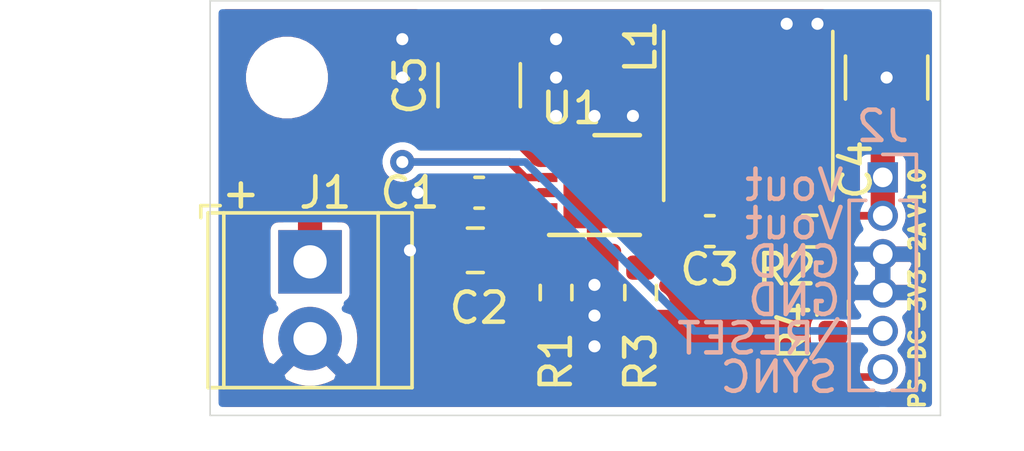
<source format=kicad_pcb>
(kicad_pcb (version 20171130) (host pcbnew "(5.1.9)-1")

  (general
    (thickness 1.6)
    (drawings 13)
    (tracks 94)
    (zones 0)
    (modules 14)
    (nets 11)
  )

  (page A4)
  (title_block
    (title PS-DC-3V3-2A)
    (date 2021-04-13)
    (rev V1.0)
    (company ToZaDiKa)
    (comment 1 "Project : PS-DC-3V3-2A-V1.0")
  )

  (layers
    (0 F.Cu signal)
    (31 B.Cu signal)
    (32 B.Adhes user)
    (33 F.Adhes user)
    (34 B.Paste user)
    (35 F.Paste user)
    (36 B.SilkS user)
    (37 F.SilkS user)
    (38 B.Mask user)
    (39 F.Mask user)
    (40 Dwgs.User user)
    (41 Cmts.User user)
    (42 Eco1.User user)
    (43 Eco2.User user)
    (44 Edge.Cuts user)
    (45 Margin user)
    (46 B.CrtYd user)
    (47 F.CrtYd user)
    (48 B.Fab user)
    (49 F.Fab user)
  )

  (setup
    (last_trace_width 0.25)
    (trace_clearance 0.2)
    (zone_clearance 0.254)
    (zone_45_only no)
    (trace_min 0.2)
    (via_size 0.8)
    (via_drill 0.4)
    (via_min_size 0.4)
    (via_min_drill 0.3)
    (uvia_size 0.3)
    (uvia_drill 0.1)
    (uvias_allowed no)
    (uvia_min_size 0.2)
    (uvia_min_drill 0.1)
    (edge_width 0.05)
    (segment_width 0.2)
    (pcb_text_width 0.3)
    (pcb_text_size 1.5 1.5)
    (mod_edge_width 0.12)
    (mod_text_size 1 1)
    (mod_text_width 0.15)
    (pad_size 1.524 1.524)
    (pad_drill 0.762)
    (pad_to_mask_clearance 0)
    (aux_axis_origin 0 0)
    (visible_elements 7FFFFFFF)
    (pcbplotparams
      (layerselection 0x010fc_ffffffff)
      (usegerberextensions false)
      (usegerberattributes true)
      (usegerberadvancedattributes true)
      (creategerberjobfile true)
      (excludeedgelayer false)
      (linewidth 0.100000)
      (plotframeref false)
      (viasonmask false)
      (mode 1)
      (useauxorigin false)
      (hpglpennumber 1)
      (hpglpenspeed 20)
      (hpglpendiameter 15.000000)
      (psnegative false)
      (psa4output false)
      (plotreference true)
      (plotvalue true)
      (plotinvisibletext false)
      (padsonsilk false)
      (subtractmaskfromsilk false)
      (outputformat 1)
      (mirror false)
      (drillshape 0)
      (scaleselection 1)
      (outputdirectory "../Outputfiles/Drillfile/"))
  )

  (net 0 "")
  (net 1 GND)
  (net 2 "Net-(C1-Pad1)")
  (net 3 "Net-(C2-Pad1)")
  (net 4 "Net-(C3-Pad2)")
  (net 5 "Net-(C3-Pad1)")
  (net 6 Vout)
  (net 7 Vin)
  (net 8 "Net-(R2-Pad2)")
  (net 9 \Reset)
  (net 10 SYNC)

  (net_class Default "This is the default net class."
    (clearance 0.2)
    (trace_width 0.25)
    (via_dia 0.8)
    (via_drill 0.4)
    (uvia_dia 0.3)
    (uvia_drill 0.1)
    (add_net GND)
    (add_net "Net-(C1-Pad1)")
    (add_net "Net-(C2-Pad1)")
    (add_net "Net-(C3-Pad1)")
    (add_net "Net-(C3-Pad2)")
    (add_net "Net-(R2-Pad2)")
    (add_net SYNC)
    (add_net \Reset)
  )

  (net_class Vin ""
    (clearance 0.2)
    (trace_width 0.8)
    (via_dia 0.8)
    (via_drill 0.4)
    (uvia_dia 0.3)
    (uvia_drill 0.1)
    (add_net Vin)
  )

  (net_class Vout ""
    (clearance 0.2)
    (trace_width 0.8)
    (via_dia 0.8)
    (via_drill 0.4)
    (uvia_dia 0.3)
    (uvia_drill 0.1)
    (add_net Vout)
  )

  (module MountingHole:MountingHole_2.2mm_M2 (layer F.Cu) (tedit 56D1B4CB) (tstamp 608414EC)
    (at 138.43 96.52)
    (descr "Mounting Hole 2.2mm, no annular, M2")
    (tags "mounting hole 2.2mm no annular m2")
    (attr virtual)
    (fp_text reference REF** (at 0 -3.2) (layer F.SilkS) hide
      (effects (font (size 1 1) (thickness 0.15)))
    )
    (fp_text value MountingHole_2.2mm_M2 (at 0 3.2) (layer F.Fab)
      (effects (font (size 1 1) (thickness 0.15)))
    )
    (fp_text user %R (at 0.3 0) (layer F.Fab)
      (effects (font (size 1 1) (thickness 0.15)))
    )
    (fp_circle (center 0 0) (end 2.2 0) (layer Cmts.User) (width 0.15))
    (fp_circle (center 0 0) (end 2.45 0) (layer F.CrtYd) (width 0.05))
    (pad 1 np_thru_hole circle (at 0 0) (size 2.2 2.2) (drill 2.2) (layers *.Cu *.Mask))
  )

  (module Coilcraft_inductor_SMD:L_Coilcraft_XAL5050-682 (layer F.Cu) (tedit 6075E008) (tstamp 6075EAC5)
    (at 153.67 97.79 90)
    (descr L_Coilcraft_XAL5050-682)
    (tags "L Coilcraft XAL5050 682")
    (path /60763D8D)
    (attr smd)
    (fp_text reference L1 (at 2.286 -3.556 90) (layer F.SilkS)
      (effects (font (size 1 1) (thickness 0.15)))
    )
    (fp_text value 6.8u (at 0 1.27 90) (layer F.Fab)
      (effects (font (size 1 1) (thickness 0.15)))
    )
    (fp_line (start -2.64 -2.64) (end 2.64 -2.64) (layer F.Fab) (width 0.1))
    (fp_line (start 2.64 -2.64) (end 2.64 2.64) (layer F.Fab) (width 0.1))
    (fp_line (start 2.64 2.64) (end -2.64 2.64) (layer F.Fab) (width 0.1))
    (fp_line (start -2.64 2.64) (end -2.64 -2.64) (layer F.Fab) (width 0.1))
    (fp_line (start -2.9 -2.9) (end 2.9 -2.9) (layer F.CrtYd) (width 0.05))
    (fp_line (start 2.9 -2.9) (end 2.9 2.9) (layer F.CrtYd) (width 0.05))
    (fp_line (start 2.9 2.9) (end -2.9 2.9) (layer F.CrtYd) (width 0.05))
    (fp_line (start -2.9 2.9) (end -2.9 -2.9) (layer F.CrtYd) (width 0.05))
    (fp_line (start -2.794 -2.794) (end 2.794 -2.794) (layer F.SilkS) (width 0.12))
    (fp_line (start 2.794 2.794) (end -2.794 2.794) (layer F.SilkS) (width 0.12))
    (fp_text user %R (at 0 0 90) (layer F.Fab)
      (effects (font (size 1 1) (thickness 0.15)))
    )
    (pad 1 smd rect (at -1.655 0 90) (size 1.18 4.4) (layers F.Cu F.Paste F.Mask)
      (net 4 "Net-(C3-Pad2)"))
    (pad 2 smd rect (at 1.655 0 90) (size 1.18 4.4) (layers F.Cu F.Paste F.Mask)
      (net 6 Vout))
    (model ${PROJ_REPO}/PS-DC-3V3-2A/Components/Modules/packages3d/Coilcraft_inductor_SMD.3dshapes/Coilcraft-XAL5050.wrl
      (offset (xyz 0 0 0.05))
      (scale (xyz 400 400 400))
      (rotate (xyz -90 0 0))
    )
  )

  (module Resistor_SMD:R_0603_1608Metric (layer F.Cu) (tedit 5F68FEEE) (tstamp 6075E93B)
    (at 156.464 104.14 90)
    (descr "Resistor SMD 0603 (1608 Metric), square (rectangular) end terminal, IPC_7351 nominal, (Body size source: IPC-SM-782 page 72, https://www.pcb-3d.com/wordpress/wp-content/uploads/ipc-sm-782a_amendment_1_and_2.pdf), generated with kicad-footprint-generator")
    (tags resistor)
    (path /60762930)
    (attr smd)
    (fp_text reference R4 (at -0.762 -1.27 90) (layer F.SilkS)
      (effects (font (size 1 1) (thickness 0.15)))
    )
    (fp_text value 10k (at 0 1.43 90) (layer F.Fab)
      (effects (font (size 1 1) (thickness 0.15)))
    )
    (fp_line (start 1.48 0.73) (end -1.48 0.73) (layer F.CrtYd) (width 0.05))
    (fp_line (start 1.48 -0.73) (end 1.48 0.73) (layer F.CrtYd) (width 0.05))
    (fp_line (start -1.48 -0.73) (end 1.48 -0.73) (layer F.CrtYd) (width 0.05))
    (fp_line (start -1.48 0.73) (end -1.48 -0.73) (layer F.CrtYd) (width 0.05))
    (fp_line (start -0.237258 0.5225) (end 0.237258 0.5225) (layer F.SilkS) (width 0.12))
    (fp_line (start -0.237258 -0.5225) (end 0.237258 -0.5225) (layer F.SilkS) (width 0.12))
    (fp_line (start 0.8 0.4125) (end -0.8 0.4125) (layer F.Fab) (width 0.1))
    (fp_line (start 0.8 -0.4125) (end 0.8 0.4125) (layer F.Fab) (width 0.1))
    (fp_line (start -0.8 -0.4125) (end 0.8 -0.4125) (layer F.Fab) (width 0.1))
    (fp_line (start -0.8 0.4125) (end -0.8 -0.4125) (layer F.Fab) (width 0.1))
    (fp_text user %R (at 0 0 90) (layer F.Fab)
      (effects (font (size 0.4 0.4) (thickness 0.06)))
    )
    (pad 2 smd roundrect (at 0.825 0 90) (size 0.8 0.95) (layers F.Cu F.Paste F.Mask) (roundrect_rratio 0.25)
      (net 6 Vout))
    (pad 1 smd roundrect (at -0.825 0 90) (size 0.8 0.95) (layers F.Cu F.Paste F.Mask) (roundrect_rratio 0.25)
      (net 9 \Reset))
    (model ${KISYS3DMOD}/Resistor_SMD.3dshapes/R_0603_1608Metric.wrl
      (at (xyz 0 0 0))
      (scale (xyz 1 1 1))
      (rotate (xyz 0 0 0))
    )
  )

  (module Connector_PinHeader_1.27mm:PinHeader_1x06_P1.27mm_Vertical (layer B.Cu) (tedit 59FED6E3) (tstamp 6075578B)
    (at 158.115 99.822 180)
    (descr "Through hole straight pin header, 1x06, 1.27mm pitch, single row")
    (tags "Through hole pin header THT 1x06 1.27mm single row")
    (path /607AE9BC)
    (fp_text reference J2 (at 0 1.695) (layer B.SilkS)
      (effects (font (size 1 1) (thickness 0.15)) (justify mirror))
    )
    (fp_text value Conn_01x06 (at 0 -8.045) (layer B.Fab)
      (effects (font (size 1 1) (thickness 0.15)) (justify mirror))
    )
    (fp_line (start 1.55 1.15) (end -1.55 1.15) (layer B.CrtYd) (width 0.05))
    (fp_line (start 1.55 -7.5) (end 1.55 1.15) (layer B.CrtYd) (width 0.05))
    (fp_line (start -1.55 -7.5) (end 1.55 -7.5) (layer B.CrtYd) (width 0.05))
    (fp_line (start -1.55 1.15) (end -1.55 -7.5) (layer B.CrtYd) (width 0.05))
    (fp_line (start -1.11 0.76) (end 0 0.76) (layer B.SilkS) (width 0.12))
    (fp_line (start -1.11 0) (end -1.11 0.76) (layer B.SilkS) (width 0.12))
    (fp_line (start 0.563471 -0.76) (end 1.11 -0.76) (layer B.SilkS) (width 0.12))
    (fp_line (start -1.11 -0.76) (end -0.563471 -0.76) (layer B.SilkS) (width 0.12))
    (fp_line (start 1.11 -0.76) (end 1.11 -7.045) (layer B.SilkS) (width 0.12))
    (fp_line (start -1.11 -0.76) (end -1.11 -7.045) (layer B.SilkS) (width 0.12))
    (fp_line (start 0.30753 -7.045) (end 1.11 -7.045) (layer B.SilkS) (width 0.12))
    (fp_line (start -1.11 -7.045) (end -0.30753 -7.045) (layer B.SilkS) (width 0.12))
    (fp_line (start -1.05 0.11) (end -0.525 0.635) (layer B.Fab) (width 0.1))
    (fp_line (start -1.05 -6.985) (end -1.05 0.11) (layer B.Fab) (width 0.1))
    (fp_line (start 1.05 -6.985) (end -1.05 -6.985) (layer B.Fab) (width 0.1))
    (fp_line (start 1.05 0.635) (end 1.05 -6.985) (layer B.Fab) (width 0.1))
    (fp_line (start -0.525 0.635) (end 1.05 0.635) (layer B.Fab) (width 0.1))
    (fp_text user %R (at 0 -3.175 270) (layer B.Fab)
      (effects (font (size 1 1) (thickness 0.15)) (justify mirror))
    )
    (pad 6 thru_hole oval (at 0 -6.35 180) (size 1 1) (drill 0.65) (layers *.Cu *.Mask)
      (net 10 SYNC))
    (pad 5 thru_hole oval (at 0 -5.08 180) (size 1 1) (drill 0.65) (layers *.Cu *.Mask)
      (net 9 \Reset))
    (pad 4 thru_hole oval (at 0 -3.81 180) (size 1 1) (drill 0.65) (layers *.Cu *.Mask)
      (net 1 GND))
    (pad 3 thru_hole oval (at 0 -2.54 180) (size 1 1) (drill 0.65) (layers *.Cu *.Mask)
      (net 1 GND))
    (pad 2 thru_hole oval (at 0 -1.27 180) (size 1 1) (drill 0.65) (layers *.Cu *.Mask)
      (net 6 Vout))
    (pad 1 thru_hole rect (at 0 0 180) (size 1 1) (drill 0.65) (layers *.Cu *.Mask)
      (net 6 Vout))
    (model ${KISYS3DMOD}/Connector_PinHeader_1.27mm.3dshapes/PinHeader_1x06_P1.27mm_Vertical.wrl
      (at (xyz 0 0 0))
      (scale (xyz 1 1 1))
      (rotate (xyz 0 0 0))
    )
  )

  (module Capacitor_SMD:C_1210_3225Metric (layer F.Cu) (tedit 5F68FEEE) (tstamp 6075F7C9)
    (at 144.78 96.774 270)
    (descr "Capacitor SMD 1210 (3225 Metric), square (rectangular) end terminal, IPC_7351 nominal, (Body size source: IPC-SM-782 page 76, https://www.pcb-3d.com/wordpress/wp-content/uploads/ipc-sm-782a_amendment_1_and_2.pdf), generated with kicad-footprint-generator")
    (tags capacitor)
    (path /60779719)
    (attr smd)
    (fp_text reference C5 (at 0 2.286 90) (layer F.SilkS)
      (effects (font (size 1 1) (thickness 0.15)))
    )
    (fp_text value 2.2u (at 0 2.3 90) (layer F.Fab)
      (effects (font (size 1 1) (thickness 0.15)))
    )
    (fp_line (start 2.3 1.6) (end -2.3 1.6) (layer F.CrtYd) (width 0.05))
    (fp_line (start 2.3 -1.6) (end 2.3 1.6) (layer F.CrtYd) (width 0.05))
    (fp_line (start -2.3 -1.6) (end 2.3 -1.6) (layer F.CrtYd) (width 0.05))
    (fp_line (start -2.3 1.6) (end -2.3 -1.6) (layer F.CrtYd) (width 0.05))
    (fp_line (start -0.711252 1.36) (end 0.711252 1.36) (layer F.SilkS) (width 0.12))
    (fp_line (start -0.711252 -1.36) (end 0.711252 -1.36) (layer F.SilkS) (width 0.12))
    (fp_line (start 1.6 1.25) (end -1.6 1.25) (layer F.Fab) (width 0.1))
    (fp_line (start 1.6 -1.25) (end 1.6 1.25) (layer F.Fab) (width 0.1))
    (fp_line (start -1.6 -1.25) (end 1.6 -1.25) (layer F.Fab) (width 0.1))
    (fp_line (start -1.6 1.25) (end -1.6 -1.25) (layer F.Fab) (width 0.1))
    (fp_text user %R (at 0 0 90) (layer F.Fab)
      (effects (font (size 0.8 0.8) (thickness 0.12)))
    )
    (pad 2 smd roundrect (at 1.475 0 270) (size 1.15 2.7) (layers F.Cu F.Paste F.Mask) (roundrect_rratio 0.2173904347826087)
      (net 7 Vin))
    (pad 1 smd roundrect (at -1.475 0 270) (size 1.15 2.7) (layers F.Cu F.Paste F.Mask) (roundrect_rratio 0.2173904347826087)
      (net 1 GND))
    (model ${KISYS3DMOD}/Capacitor_SMD.3dshapes/C_1210_3225Metric.wrl
      (at (xyz 0 0 0))
      (scale (xyz 1 1 1))
      (rotate (xyz 0 0 0))
    )
  )

  (module Capacitor_SMD:C_0603_1608Metric (layer F.Cu) (tedit 5F68FEEE) (tstamp 60758243)
    (at 144.78 100.33 180)
    (descr "Capacitor SMD 0603 (1608 Metric), square (rectangular) end terminal, IPC_7351 nominal, (Body size source: IPC-SM-782 page 76, https://www.pcb-3d.com/wordpress/wp-content/uploads/ipc-sm-782a_amendment_1_and_2.pdf), generated with kicad-footprint-generator")
    (tags capacitor)
    (path /6077863D)
    (attr smd)
    (fp_text reference C1 (at 2.286 0 180) (layer F.SilkS)
      (effects (font (size 1 1) (thickness 0.15)))
    )
    (fp_text value 5.6n (at 0 1.27) (layer F.Fab)
      (effects (font (size 1 1) (thickness 0.15)))
    )
    (fp_line (start -0.8 0.4) (end -0.8 -0.4) (layer F.Fab) (width 0.1))
    (fp_line (start -0.8 -0.4) (end 0.8 -0.4) (layer F.Fab) (width 0.1))
    (fp_line (start 0.8 -0.4) (end 0.8 0.4) (layer F.Fab) (width 0.1))
    (fp_line (start 0.8 0.4) (end -0.8 0.4) (layer F.Fab) (width 0.1))
    (fp_line (start -0.14058 -0.51) (end 0.14058 -0.51) (layer F.SilkS) (width 0.12))
    (fp_line (start -0.14058 0.51) (end 0.14058 0.51) (layer F.SilkS) (width 0.12))
    (fp_line (start -1.48 0.73) (end -1.48 -0.73) (layer F.CrtYd) (width 0.05))
    (fp_line (start -1.48 -0.73) (end 1.48 -0.73) (layer F.CrtYd) (width 0.05))
    (fp_line (start 1.48 -0.73) (end 1.48 0.73) (layer F.CrtYd) (width 0.05))
    (fp_line (start 1.48 0.73) (end -1.48 0.73) (layer F.CrtYd) (width 0.05))
    (fp_text user %R (at 0 0) (layer F.Fab)
      (effects (font (size 0.4 0.4) (thickness 0.06)))
    )
    (pad 2 smd roundrect (at 0.775 0 180) (size 0.9 0.95) (layers F.Cu F.Paste F.Mask) (roundrect_rratio 0.25)
      (net 1 GND))
    (pad 1 smd roundrect (at -0.775 0 180) (size 0.9 0.95) (layers F.Cu F.Paste F.Mask) (roundrect_rratio 0.25)
      (net 2 "Net-(C1-Pad1)"))
    (model ${KISYS3DMOD}/Capacitor_SMD.3dshapes/C_0603_1608Metric.wrl
      (at (xyz 0 0 0))
      (scale (xyz 1 1 1))
      (rotate (xyz 0 0 0))
    )
  )

  (module Package_DFN_QFN:DFN-12-1EP_3x3mm_P0.5mm_EP2.05x2.86mm (layer F.Cu) (tedit 5EA4BF57) (tstamp 60759A21)
    (at 148.59 100.076)
    (descr "10-Lead Plastic Dual Flat, No Lead Package (MF) - 3x3x0.9 mm Body [DFN] (see Microchip Packaging Specification 00000049BS.pdf)")
    (tags "DFN 0.5")
    (path /60756037)
    (attr smd)
    (fp_text reference U1 (at -0.762 -2.54 180) (layer F.SilkS)
      (effects (font (size 1 1) (thickness 0.15)))
    )
    (fp_text value MAX17643 (at -1.27 -2.286) (layer F.Fab)
      (effects (font (size 1 1) (thickness 0.15)))
    )
    (fp_line (start -0.5 -1.5) (end 1.5 -1.5) (layer F.Fab) (width 0.15))
    (fp_line (start 1.5 -1.5) (end 1.5 1.5) (layer F.Fab) (width 0.15))
    (fp_line (start 1.5 1.5) (end -1.5 1.5) (layer F.Fab) (width 0.15))
    (fp_line (start -1.5 1.5) (end -1.5 -0.5) (layer F.Fab) (width 0.15))
    (fp_line (start -1.5 -0.5) (end -0.5 -1.5) (layer F.Fab) (width 0.15))
    (fp_line (start -2.15 -1.8) (end -2.15 1.8) (layer F.CrtYd) (width 0.05))
    (fp_line (start 2.15 -1.8) (end 2.15 1.8) (layer F.CrtYd) (width 0.05))
    (fp_line (start -2.15 -1.8) (end 2.15 -1.8) (layer F.CrtYd) (width 0.05))
    (fp_line (start -2.15 1.8) (end 2.15 1.8) (layer F.CrtYd) (width 0.05))
    (fp_line (start -1.5 1.65) (end 1.5 1.65) (layer F.SilkS) (width 0.15))
    (fp_line (start 0 -1.65) (end 1.5 -1.65) (layer F.SilkS) (width 0.15))
    (fp_text user %R (at 0 0) (layer F.Fab)
      (effects (font (size 0.7 0.7) (thickness 0.105)))
    )
    (pad "" smd rect (at -0.5125 -0.715) (size 0.8 1.2) (layers F.Paste))
    (pad "" smd rect (at 0.5125 -0.715) (size 0.8 1.2) (layers F.Paste))
    (pad "" smd rect (at 0.5125 0.715) (size 0.8 1.2) (layers F.Paste))
    (pad 7 smd rect (at 1.55 1.25) (size 0.65 0.3) (layers F.Cu F.Paste F.Mask)
      (net 8 "Net-(R2-Pad2)"))
    (pad 6 smd rect (at -1.55 1.25) (size 0.65 0.3) (layers F.Cu F.Paste F.Mask)
      (net 10 SYNC))
    (pad 13 smd rect (at 0 0) (size 2.05 2.86) (layers F.Cu F.Mask)
      (net 1 GND))
    (pad "" smd rect (at -0.5125 0.715) (size 0.8 1.2) (layers F.Paste))
    (pad 12 smd rect (at 1.55 -1.25) (size 0.65 0.3) (layers F.Cu F.Paste F.Mask)
      (net 1 GND))
    (pad 11 smd rect (at 1.55 -0.75) (size 0.65 0.3) (layers F.Cu F.Paste F.Mask)
      (net 4 "Net-(C3-Pad2)"))
    (pad 10 smd rect (at 1.55 -0.25) (size 0.65 0.3) (layers F.Cu F.Paste F.Mask)
      (net 5 "Net-(C3-Pad1)"))
    (pad 9 smd rect (at 1.55 0.25) (size 0.65 0.3) (layers F.Cu F.Paste F.Mask)
      (net 1 GND))
    (pad 8 smd rect (at 1.55 0.75) (size 0.65 0.3) (layers F.Cu F.Paste F.Mask)
      (net 1 GND))
    (pad 5 smd rect (at -1.55 0.75) (size 0.65 0.3) (layers F.Cu F.Paste F.Mask)
      (net 3 "Net-(C2-Pad1)"))
    (pad 4 smd rect (at -1.55 0.25) (size 0.65 0.3) (layers F.Cu F.Paste F.Mask)
      (net 2 "Net-(C1-Pad1)"))
    (pad 3 smd rect (at -1.55 -0.25) (size 0.65 0.3) (layers F.Cu F.Paste F.Mask)
      (net 9 \Reset))
    (pad 2 smd rect (at -1.55 -0.75) (size 0.65 0.3) (layers F.Cu F.Paste F.Mask)
      (net 7 Vin))
    (pad 1 smd rect (at -1.55 -1.25) (size 0.65 0.3) (layers F.Cu F.Paste F.Mask)
      (net 7 Vin))
    (model ${KISYS3DMOD}/Package_DFN_QFN.3dshapes/DFN-12-1EP_3x3mm_P0.5mm_EP2.05x2.86mm.wrl
      (at (xyz 0 0 0))
      (scale (xyz 1 1 1))
      (rotate (xyz 0 0 0))
    )
  )

  (module Resistor_SMD:R_0603_1608Metric (layer F.Cu) (tedit 5F68FEEE) (tstamp 607557CF)
    (at 150.114 103.632 270)
    (descr "Resistor SMD 0603 (1608 Metric), square (rectangular) end terminal, IPC_7351 nominal, (Body size source: IPC-SM-782 page 72, https://www.pcb-3d.com/wordpress/wp-content/uploads/ipc-sm-782a_amendment_1_and_2.pdf), generated with kicad-footprint-generator")
    (tags resistor)
    (path /6076DF36)
    (attr smd)
    (fp_text reference R3 (at 2.286 0 90) (layer F.SilkS)
      (effects (font (size 1 1) (thickness 0.15)))
    )
    (fp_text value 19.6k (at 3.048 0.254 90) (layer F.Fab)
      (effects (font (size 1 1) (thickness 0.15)))
    )
    (fp_line (start -0.8 0.4125) (end -0.8 -0.4125) (layer F.Fab) (width 0.1))
    (fp_line (start -0.8 -0.4125) (end 0.8 -0.4125) (layer F.Fab) (width 0.1))
    (fp_line (start 0.8 -0.4125) (end 0.8 0.4125) (layer F.Fab) (width 0.1))
    (fp_line (start 0.8 0.4125) (end -0.8 0.4125) (layer F.Fab) (width 0.1))
    (fp_line (start -0.237258 -0.5225) (end 0.237258 -0.5225) (layer F.SilkS) (width 0.12))
    (fp_line (start -0.237258 0.5225) (end 0.237258 0.5225) (layer F.SilkS) (width 0.12))
    (fp_line (start -1.48 0.73) (end -1.48 -0.73) (layer F.CrtYd) (width 0.05))
    (fp_line (start -1.48 -0.73) (end 1.48 -0.73) (layer F.CrtYd) (width 0.05))
    (fp_line (start 1.48 -0.73) (end 1.48 0.73) (layer F.CrtYd) (width 0.05))
    (fp_line (start 1.48 0.73) (end -1.48 0.73) (layer F.CrtYd) (width 0.05))
    (fp_text user %R (at 0 0 90) (layer F.Fab)
      (effects (font (size 0.4 0.4) (thickness 0.06)))
    )
    (pad 2 smd roundrect (at 0.825 0 270) (size 0.8 0.95) (layers F.Cu F.Paste F.Mask) (roundrect_rratio 0.25)
      (net 1 GND))
    (pad 1 smd roundrect (at -0.825 0 270) (size 0.8 0.95) (layers F.Cu F.Paste F.Mask) (roundrect_rratio 0.25)
      (net 8 "Net-(R2-Pad2)"))
    (model ${KISYS3DMOD}/Resistor_SMD.3dshapes/R_0603_1608Metric.wrl
      (at (xyz 0 0 0))
      (scale (xyz 1 1 1))
      (rotate (xyz 0 0 0))
    )
  )

  (module Resistor_SMD:R_0603_1608Metric (layer F.Cu) (tedit 5F68FEEE) (tstamp 607557BE)
    (at 155.702 101.6 180)
    (descr "Resistor SMD 0603 (1608 Metric), square (rectangular) end terminal, IPC_7351 nominal, (Body size source: IPC-SM-782 page 72, https://www.pcb-3d.com/wordpress/wp-content/uploads/ipc-sm-782a_amendment_1_and_2.pdf), generated with kicad-footprint-generator")
    (tags resistor)
    (path /6076CB8A)
    (attr smd)
    (fp_text reference R2 (at 0.762 -1.27 180) (layer F.SilkS)
      (effects (font (size 1 1) (thickness 0.15)))
    )
    (fp_text value 52.3k (at 0 -1.27) (layer F.Fab)
      (effects (font (size 1 1) (thickness 0.15)))
    )
    (fp_line (start -0.8 0.4125) (end -0.8 -0.4125) (layer F.Fab) (width 0.1))
    (fp_line (start -0.8 -0.4125) (end 0.8 -0.4125) (layer F.Fab) (width 0.1))
    (fp_line (start 0.8 -0.4125) (end 0.8 0.4125) (layer F.Fab) (width 0.1))
    (fp_line (start 0.8 0.4125) (end -0.8 0.4125) (layer F.Fab) (width 0.1))
    (fp_line (start -0.237258 -0.5225) (end 0.237258 -0.5225) (layer F.SilkS) (width 0.12))
    (fp_line (start -0.237258 0.5225) (end 0.237258 0.5225) (layer F.SilkS) (width 0.12))
    (fp_line (start -1.48 0.73) (end -1.48 -0.73) (layer F.CrtYd) (width 0.05))
    (fp_line (start -1.48 -0.73) (end 1.48 -0.73) (layer F.CrtYd) (width 0.05))
    (fp_line (start 1.48 -0.73) (end 1.48 0.73) (layer F.CrtYd) (width 0.05))
    (fp_line (start 1.48 0.73) (end -1.48 0.73) (layer F.CrtYd) (width 0.05))
    (fp_text user %R (at 0 0) (layer F.Fab)
      (effects (font (size 0.4 0.4) (thickness 0.06)))
    )
    (pad 2 smd roundrect (at 0.825 0 180) (size 0.8 0.95) (layers F.Cu F.Paste F.Mask) (roundrect_rratio 0.25)
      (net 8 "Net-(R2-Pad2)"))
    (pad 1 smd roundrect (at -0.825 0 180) (size 0.8 0.95) (layers F.Cu F.Paste F.Mask) (roundrect_rratio 0.25)
      (net 6 Vout))
    (model ${KISYS3DMOD}/Resistor_SMD.3dshapes/R_0603_1608Metric.wrl
      (at (xyz 0 0 0))
      (scale (xyz 1 1 1))
      (rotate (xyz 0 0 0))
    )
  )

  (module Resistor_SMD:R_0603_1608Metric (layer F.Cu) (tedit 5F68FEEE) (tstamp 607557AD)
    (at 147.32 103.632 270)
    (descr "Resistor SMD 0603 (1608 Metric), square (rectangular) end terminal, IPC_7351 nominal, (Body size source: IPC-SM-782 page 72, https://www.pcb-3d.com/wordpress/wp-content/uploads/ipc-sm-782a_amendment_1_and_2.pdf), generated with kicad-footprint-generator")
    (tags resistor)
    (path /6079C32E)
    (attr smd)
    (fp_text reference R1 (at 2.286 0 90) (layer F.SilkS)
      (effects (font (size 1 1) (thickness 0.15)))
    )
    (fp_text value 40.2k (at -0.508 1.43 90) (layer F.Fab)
      (effects (font (size 1 1) (thickness 0.15)))
    )
    (fp_line (start -0.8 0.4125) (end -0.8 -0.4125) (layer F.Fab) (width 0.1))
    (fp_line (start -0.8 -0.4125) (end 0.8 -0.4125) (layer F.Fab) (width 0.1))
    (fp_line (start 0.8 -0.4125) (end 0.8 0.4125) (layer F.Fab) (width 0.1))
    (fp_line (start 0.8 0.4125) (end -0.8 0.4125) (layer F.Fab) (width 0.1))
    (fp_line (start -0.237258 -0.5225) (end 0.237258 -0.5225) (layer F.SilkS) (width 0.12))
    (fp_line (start -0.237258 0.5225) (end 0.237258 0.5225) (layer F.SilkS) (width 0.12))
    (fp_line (start -1.48 0.73) (end -1.48 -0.73) (layer F.CrtYd) (width 0.05))
    (fp_line (start -1.48 -0.73) (end 1.48 -0.73) (layer F.CrtYd) (width 0.05))
    (fp_line (start 1.48 -0.73) (end 1.48 0.73) (layer F.CrtYd) (width 0.05))
    (fp_line (start 1.48 0.73) (end -1.48 0.73) (layer F.CrtYd) (width 0.05))
    (fp_text user %R (at 0 0 90) (layer F.Fab)
      (effects (font (size 0.4 0.4) (thickness 0.06)))
    )
    (pad 2 smd roundrect (at 0.825 0 270) (size 0.8 0.95) (layers F.Cu F.Paste F.Mask) (roundrect_rratio 0.25)
      (net 1 GND))
    (pad 1 smd roundrect (at -0.825 0 270) (size 0.8 0.95) (layers F.Cu F.Paste F.Mask) (roundrect_rratio 0.25)
      (net 10 SYNC))
    (model ${KISYS3DMOD}/Resistor_SMD.3dshapes/R_0603_1608Metric.wrl
      (at (xyz 0 0 0))
      (scale (xyz 1 1 1))
      (rotate (xyz 0 0 0))
    )
  )

  (module TerminalBlock_TE-Connectivity:TerminalBlock_TE_282834-2_1x02_P2.54mm_Horizontal (layer F.Cu) (tedit 5B1EC513) (tstamp 60755771)
    (at 139.192 102.616 270)
    (descr "Terminal Block TE 282834-2, 2 pins, pitch 2.54mm, size 5.54x6.5mm^2, drill diamater 1.1mm, pad diameter 2.1mm, see http://www.te.com/commerce/DocumentDelivery/DDEController?Action=showdoc&DocId=Customer+Drawing%7F282834%7FC1%7Fpdf%7FEnglish%7FENG_CD_282834_C1.pdf, script-generated using https://github.com/pointhi/kicad-footprint-generator/scripts/TerminalBlock_TE-Connectivity")
    (tags "THT Terminal Block TE 282834-2 pitch 2.54mm size 5.54x6.5mm^2 drill 1.1mm pad 2.1mm")
    (path /6075ACBB)
    (fp_text reference J1 (at -2.286 -0.508 180) (layer F.SilkS)
      (effects (font (size 1 1) (thickness 0.15)))
    )
    (fp_text value Conn_01x02 (at 1.27 4.37 90) (layer F.Fab)
      (effects (font (size 1 1) (thickness 0.15)))
    )
    (fp_circle (center 0 0) (end 1.1 0) (layer F.Fab) (width 0.1))
    (fp_circle (center 2.54 0) (end 3.64 0) (layer F.Fab) (width 0.1))
    (fp_line (start -1.5 -3.25) (end 4.04 -3.25) (layer F.Fab) (width 0.1))
    (fp_line (start 4.04 -3.25) (end 4.04 3.25) (layer F.Fab) (width 0.1))
    (fp_line (start 4.04 3.25) (end -1.1 3.25) (layer F.Fab) (width 0.1))
    (fp_line (start -1.1 3.25) (end -1.5 2.85) (layer F.Fab) (width 0.1))
    (fp_line (start -1.5 2.85) (end -1.5 -3.25) (layer F.Fab) (width 0.1))
    (fp_line (start -1.5 2.85) (end 4.04 2.85) (layer F.Fab) (width 0.1))
    (fp_line (start -1.62 2.85) (end 4.16 2.85) (layer F.SilkS) (width 0.12))
    (fp_line (start -1.5 -2.25) (end 4.04 -2.25) (layer F.Fab) (width 0.1))
    (fp_line (start -1.62 -2.25) (end 4.16 -2.25) (layer F.SilkS) (width 0.12))
    (fp_line (start -1.62 -3.37) (end 4.16 -3.37) (layer F.SilkS) (width 0.12))
    (fp_line (start -1.62 3.37) (end 4.16 3.37) (layer F.SilkS) (width 0.12))
    (fp_line (start -1.62 -3.37) (end -1.62 3.37) (layer F.SilkS) (width 0.12))
    (fp_line (start 4.16 -3.37) (end 4.16 3.37) (layer F.SilkS) (width 0.12))
    (fp_line (start 0.835 -0.7) (end -0.701 0.835) (layer F.Fab) (width 0.1))
    (fp_line (start 0.701 -0.835) (end -0.835 0.7) (layer F.Fab) (width 0.1))
    (fp_line (start 3.375 -0.7) (end 1.84 0.835) (layer F.Fab) (width 0.1))
    (fp_line (start 3.241 -0.835) (end 1.706 0.7) (layer F.Fab) (width 0.1))
    (fp_line (start -1.86 2.97) (end -1.86 3.61) (layer F.SilkS) (width 0.12))
    (fp_line (start -1.86 3.61) (end -1.46 3.61) (layer F.SilkS) (width 0.12))
    (fp_line (start -2 -3.75) (end -2 3.75) (layer F.CrtYd) (width 0.05))
    (fp_line (start -2 3.75) (end 4.54 3.75) (layer F.CrtYd) (width 0.05))
    (fp_line (start 4.54 3.75) (end 4.54 -3.75) (layer F.CrtYd) (width 0.05))
    (fp_line (start 4.54 -3.75) (end -2 -3.75) (layer F.CrtYd) (width 0.05))
    (fp_text user %R (at 1.27 2 90) (layer F.Fab)
      (effects (font (size 1 1) (thickness 0.15)))
    )
    (pad 2 thru_hole circle (at 2.54 0 270) (size 2.1 2.1) (drill 1.1) (layers *.Cu *.Mask)
      (net 1 GND))
    (pad 1 thru_hole rect (at 0 0 270) (size 2.1 2.1) (drill 1.1) (layers *.Cu *.Mask)
      (net 7 Vin))
    (model ${PROJ_REPO}/PS-DC-3V3-2A/Components/Modules/packages3d/TerminalBock_TE-Connectivity.3dshapes/TerminalBlock_TE_282834-2_1x02_P2.54_Horizontal.stp
      (offset (xyz 1.25 2 6.9))
      (scale (xyz 0.5 0.5 0.5))
      (rotate (xyz -32.5 0 180))
    )
  )

  (module Capacitor_SMD:C_1210_3225Metric (layer F.Cu) (tedit 5F68FEEE) (tstamp 60758160)
    (at 158.242 96.52 90)
    (descr "Capacitor SMD 1210 (3225 Metric), square (rectangular) end terminal, IPC_7351 nominal, (Body size source: IPC-SM-782 page 76, https://www.pcb-3d.com/wordpress/wp-content/uploads/ipc-sm-782a_amendment_1_and_2.pdf), generated with kicad-footprint-generator")
    (tags capacitor)
    (path /6076649B)
    (attr smd)
    (fp_text reference C4 (at -3.048 -1.016 90) (layer F.SilkS)
      (effects (font (size 1 1) (thickness 0.15)))
    )
    (fp_text value 47u (at 0 2.3 90) (layer F.Fab)
      (effects (font (size 1 1) (thickness 0.15)))
    )
    (fp_line (start -1.6 1.25) (end -1.6 -1.25) (layer F.Fab) (width 0.1))
    (fp_line (start -1.6 -1.25) (end 1.6 -1.25) (layer F.Fab) (width 0.1))
    (fp_line (start 1.6 -1.25) (end 1.6 1.25) (layer F.Fab) (width 0.1))
    (fp_line (start 1.6 1.25) (end -1.6 1.25) (layer F.Fab) (width 0.1))
    (fp_line (start -0.711252 -1.36) (end 0.711252 -1.36) (layer F.SilkS) (width 0.12))
    (fp_line (start -0.711252 1.36) (end 0.711252 1.36) (layer F.SilkS) (width 0.12))
    (fp_line (start -2.3 1.6) (end -2.3 -1.6) (layer F.CrtYd) (width 0.05))
    (fp_line (start -2.3 -1.6) (end 2.3 -1.6) (layer F.CrtYd) (width 0.05))
    (fp_line (start 2.3 -1.6) (end 2.3 1.6) (layer F.CrtYd) (width 0.05))
    (fp_line (start 2.3 1.6) (end -2.3 1.6) (layer F.CrtYd) (width 0.05))
    (fp_text user %R (at 0 0 90) (layer F.Fab)
      (effects (font (size 0.8 0.8) (thickness 0.12)))
    )
    (pad 2 smd roundrect (at 1.475 0 90) (size 1.15 2.7) (layers F.Cu F.Paste F.Mask) (roundrect_rratio 0.2173904347826087)
      (net 1 GND))
    (pad 1 smd roundrect (at -1.475 0 90) (size 1.15 2.7) (layers F.Cu F.Paste F.Mask) (roundrect_rratio 0.2173904347826087)
      (net 6 Vout))
    (model ${KISYS3DMOD}/Capacitor_SMD.3dshapes/C_1210_3225Metric.wrl
      (at (xyz 0 0 0))
      (scale (xyz 1 1 1))
      (rotate (xyz 0 0 0))
    )
  )

  (module Capacitor_SMD:C_0603_1608Metric (layer F.Cu) (tedit 5F68FEEE) (tstamp 6075846E)
    (at 152.4 101.6)
    (descr "Capacitor SMD 0603 (1608 Metric), square (rectangular) end terminal, IPC_7351 nominal, (Body size source: IPC-SM-782 page 76, https://www.pcb-3d.com/wordpress/wp-content/uploads/ipc-sm-782a_amendment_1_and_2.pdf), generated with kicad-footprint-generator")
    (tags capacitor)
    (path /60760A8E)
    (attr smd)
    (fp_text reference C3 (at 0 1.27 180) (layer F.SilkS)
      (effects (font (size 1 1) (thickness 0.15)))
    )
    (fp_text value 0.1u (at 0 1.27) (layer F.Fab)
      (effects (font (size 1 1) (thickness 0.15)))
    )
    (fp_line (start -0.8 0.4) (end -0.8 -0.4) (layer F.Fab) (width 0.1))
    (fp_line (start -0.8 -0.4) (end 0.8 -0.4) (layer F.Fab) (width 0.1))
    (fp_line (start 0.8 -0.4) (end 0.8 0.4) (layer F.Fab) (width 0.1))
    (fp_line (start 0.8 0.4) (end -0.8 0.4) (layer F.Fab) (width 0.1))
    (fp_line (start -0.14058 -0.51) (end 0.14058 -0.51) (layer F.SilkS) (width 0.12))
    (fp_line (start -0.14058 0.51) (end 0.14058 0.51) (layer F.SilkS) (width 0.12))
    (fp_line (start -1.48 0.73) (end -1.48 -0.73) (layer F.CrtYd) (width 0.05))
    (fp_line (start -1.48 -0.73) (end 1.48 -0.73) (layer F.CrtYd) (width 0.05))
    (fp_line (start 1.48 -0.73) (end 1.48 0.73) (layer F.CrtYd) (width 0.05))
    (fp_line (start 1.48 0.73) (end -1.48 0.73) (layer F.CrtYd) (width 0.05))
    (fp_text user %R (at 0 0) (layer F.Fab)
      (effects (font (size 0.4 0.4) (thickness 0.06)))
    )
    (pad 2 smd roundrect (at 0.775 0) (size 0.9 0.95) (layers F.Cu F.Paste F.Mask) (roundrect_rratio 0.25)
      (net 4 "Net-(C3-Pad2)"))
    (pad 1 smd roundrect (at -0.775 0) (size 0.9 0.95) (layers F.Cu F.Paste F.Mask) (roundrect_rratio 0.25)
      (net 5 "Net-(C3-Pad1)"))
    (model ${KISYS3DMOD}/Capacitor_SMD.3dshapes/C_0603_1608Metric.wrl
      (at (xyz 0 0 0))
      (scale (xyz 1 1 1))
      (rotate (xyz 0 0 0))
    )
  )

  (module Capacitor_SMD:C_0805_2012Metric (layer F.Cu) (tedit 5F68FEEE) (tstamp 60758273)
    (at 144.653 102.235 180)
    (descr "Capacitor SMD 0805 (2012 Metric), square (rectangular) end terminal, IPC_7351 nominal, (Body size source: IPC-SM-782 page 76, https://www.pcb-3d.com/wordpress/wp-content/uploads/ipc-sm-782a_amendment_1_and_2.pdf, https://docs.google.com/spreadsheets/d/1BsfQQcO9C6DZCsRaXUlFlo91Tg2WpOkGARC1WS5S8t0/edit?usp=sharing), generated with kicad-footprint-generator")
    (tags capacitor)
    (path /60791F70)
    (attr smd)
    (fp_text reference C2 (at -0.127 -1.905 180) (layer F.SilkS)
      (effects (font (size 1 1) (thickness 0.15)))
    )
    (fp_text value 4.7u (at 0 1.27) (layer F.Fab)
      (effects (font (size 1 1) (thickness 0.15)))
    )
    (fp_line (start -1 0.625) (end -1 -0.625) (layer F.Fab) (width 0.1))
    (fp_line (start -1 -0.625) (end 1 -0.625) (layer F.Fab) (width 0.1))
    (fp_line (start 1 -0.625) (end 1 0.625) (layer F.Fab) (width 0.1))
    (fp_line (start 1 0.625) (end -1 0.625) (layer F.Fab) (width 0.1))
    (fp_line (start -0.261252 -0.735) (end 0.261252 -0.735) (layer F.SilkS) (width 0.12))
    (fp_line (start -0.261252 0.735) (end 0.261252 0.735) (layer F.SilkS) (width 0.12))
    (fp_line (start -1.7 0.98) (end -1.7 -0.98) (layer F.CrtYd) (width 0.05))
    (fp_line (start -1.7 -0.98) (end 1.7 -0.98) (layer F.CrtYd) (width 0.05))
    (fp_line (start 1.7 -0.98) (end 1.7 0.98) (layer F.CrtYd) (width 0.05))
    (fp_line (start 1.7 0.98) (end -1.7 0.98) (layer F.CrtYd) (width 0.05))
    (fp_text user %R (at 0 0) (layer F.Fab)
      (effects (font (size 0.5 0.5) (thickness 0.08)))
    )
    (pad 2 smd roundrect (at 0.95 0 180) (size 1 1.45) (layers F.Cu F.Paste F.Mask) (roundrect_rratio 0.25)
      (net 1 GND))
    (pad 1 smd roundrect (at -0.95 0 180) (size 1 1.45) (layers F.Cu F.Paste F.Mask) (roundrect_rratio 0.25)
      (net 3 "Net-(C2-Pad1)"))
    (model ${KISYS3DMOD}/Capacitor_SMD.3dshapes/C_0805_2012Metric.wrl
      (at (xyz 0 0 0))
      (scale (xyz 1 1 1))
      (rotate (xyz 0 0 0))
    )
  )

  (gr_text SYNC (at 154.686 106.426) (layer B.SilkS) (tstamp 607612D4)
    (effects (font (size 1 1) (thickness 0.15)) (justify mirror))
  )
  (gr_text \RESET (at 153.924 105.156) (layer B.SilkS) (tstamp 607612D3)
    (effects (font (size 1 1) (thickness 0.15)) (justify mirror))
  )
  (gr_text GND (at 155.194 103.886) (layer B.SilkS)
    (effects (font (size 1 1) (thickness 0.15)) (justify mirror))
  )
  (gr_text + (at 136.906 100.33) (layer F.SilkS)
    (effects (font (size 1 1) (thickness 0.15)))
  )
  (gr_text Vout (at 155.194 100.076) (layer B.SilkS) (tstamp 6075EC38)
    (effects (font (size 1 1) (thickness 0.15)) (justify mirror))
  )
  (gr_text Vout (at 155.194 101.346) (layer B.SilkS) (tstamp 6075EC38)
    (effects (font (size 1 1) (thickness 0.15)) (justify mirror))
  )
  (gr_text GND (at 155.194 102.616) (layer B.SilkS) (tstamp 6075EC38)
    (effects (font (size 1 1) (thickness 0.15)) (justify mirror))
  )
  (gr_text V1.0 (at 159.258 100.33 90) (layer F.SilkS) (tstamp 6075B717)
    (effects (font (size 0.5 0.5) (thickness 0.125)))
  )
  (gr_text PS-DC-3V3-2A (at 159.258 104.394 90) (layer F.SilkS)
    (effects (font (size 0.5 0.5) (thickness 0.125)))
  )
  (gr_line (start 135.89 93.98) (end 160.02 93.98) (layer Edge.Cuts) (width 0.05) (tstamp 60757C6E))
  (gr_line (start 135.89 107.696) (end 135.89 93.98) (layer Edge.Cuts) (width 0.05) (tstamp 6075CA3A))
  (gr_line (start 160.02 107.696) (end 135.89 107.696) (layer Edge.Cuts) (width 0.05))
  (gr_line (start 160.02 93.98) (end 160.02 107.696) (layer Edge.Cuts) (width 0.05))

  (via (at 149.86 97.79) (size 0.8) (drill 0.4) (layers F.Cu B.Cu) (net 1))
  (via (at 142.748 100.33) (size 0.8) (drill 0.4) (layers F.Cu B.Cu) (net 1))
  (via (at 155.956 94.742) (size 0.8) (drill 0.4) (layers F.Cu B.Cu) (net 1))
  (via (at 154.94 94.742) (size 0.8) (drill 0.4) (layers F.Cu B.Cu) (net 1))
  (segment (start 148.84 100.326) (end 148.59 100.076) (width 0.25) (layer F.Cu) (net 1))
  (segment (start 150.14 100.326) (end 148.84 100.326) (width 0.25) (layer F.Cu) (net 1))
  (segment (start 149.34 100.826) (end 148.59 100.076) (width 0.25) (layer F.Cu) (net 1))
  (segment (start 150.14 100.826) (end 149.34 100.826) (width 0.25) (layer F.Cu) (net 1))
  (segment (start 148.34 99.826) (end 148.59 100.076) (width 0.25) (layer F.Cu) (net 1))
  (segment (start 144.005 100.33) (end 142.748 100.33) (width 0.25) (layer F.Cu) (net 1))
  (segment (start 155.956 94.742) (end 154.94 94.742) (width 0.25) (layer F.Cu) (net 1))
  (segment (start 157.812 94.742) (end 158.115 95.045) (width 0.25) (layer F.Cu) (net 1))
  (segment (start 155.956 94.742) (end 157.812 94.742) (width 0.25) (layer F.Cu) (net 1))
  (segment (start 148.59 99.801) (end 148.59 100.076) (width 0.25) (layer F.Cu) (net 1))
  (via (at 158.242 96.52) (size 0.8) (drill 0.4) (layers F.Cu B.Cu) (net 1))
  (via (at 147.32 97.79) (size 0.8) (drill 0.4) (layers F.Cu B.Cu) (net 1))
  (via (at 148.59 97.79) (size 0.8) (drill 0.4) (layers F.Cu B.Cu) (net 1))
  (segment (start 148.653 100.139) (end 148.59 100.076) (width 0.25) (layer F.Cu) (net 1))
  (via (at 148.59 104.394) (size 0.8) (drill 0.4) (layers F.Cu B.Cu) (net 1))
  (via (at 142.494 102.235) (size 0.8) (drill 0.4) (layers F.Cu B.Cu) (net 1))
  (segment (start 143.83 102.235) (end 142.24 102.235) (width 0.25) (layer F.Cu) (net 1))
  (segment (start 150.177 104.394) (end 150.114 104.457) (width 0.25) (layer F.Cu) (net 1))
  (segment (start 148.781 104.457) (end 148.844 104.394) (width 0.25) (layer F.Cu) (net 1))
  (segment (start 147.32 104.457) (end 148.781 104.457) (width 0.25) (layer F.Cu) (net 1))
  (segment (start 148.653 104.457) (end 148.59 104.394) (width 0.25) (layer F.Cu) (net 1))
  (segment (start 150.114 104.457) (end 148.653 104.457) (width 0.25) (layer F.Cu) (net 1))
  (via (at 147.32 95.25) (size 0.8) (drill 0.4) (layers F.Cu B.Cu) (net 1))
  (via (at 142.24 95.25) (size 0.8) (drill 0.4) (layers F.Cu B.Cu) (net 1))
  (via (at 142.24 96.52) (size 0.8) (drill 0.4) (layers F.Cu B.Cu) (net 1))
  (via (at 147.32 96.52) (size 0.8) (drill 0.4) (layers F.Cu B.Cu) (net 1))
  (segment (start 150.14 98.07) (end 149.86 97.79) (width 0.25) (layer F.Cu) (net 1))
  (segment (start 150.14 98.826) (end 150.14 98.07) (width 0.25) (layer F.Cu) (net 1))
  (via (at 148.59 103.378) (size 0.8) (drill 0.4) (layers F.Cu B.Cu) (net 1))
  (via (at 148.59 105.41) (size 0.8) (drill 0.4) (layers F.Cu B.Cu) (net 1))
  (segment (start 149.579998 98.826) (end 150.14 98.826) (width 0.25) (layer F.Cu) (net 1))
  (segment (start 149.489999 98.915999) (end 149.579998 98.826) (width 0.25) (layer F.Cu) (net 1))
  (segment (start 149.489999 99.430001) (end 149.489999 98.915999) (width 0.25) (layer F.Cu) (net 1))
  (segment (start 148.844 100.076) (end 149.489999 99.430001) (width 0.25) (layer F.Cu) (net 1))
  (segment (start 148.59 100.076) (end 148.844 100.076) (width 0.25) (layer F.Cu) (net 1))
  (segment (start 145.559 100.326) (end 145.555 100.33) (width 0.25) (layer F.Cu) (net 2))
  (segment (start 147.04 100.326) (end 145.559 100.326) (width 0.25) (layer F.Cu) (net 2))
  (segment (start 146.599 100.826) (end 147.04 100.826) (width 0.25) (layer F.Cu) (net 3))
  (segment (start 145.505 101.92) (end 146.599 100.826) (width 0.25) (layer F.Cu) (net 3))
  (segment (start 153.551 99.326) (end 153.67 99.445) (width 0.25) (layer F.Cu) (net 4))
  (segment (start 153.175 99.94) (end 153.67 99.445) (width 0.25) (layer F.Cu) (net 4))
  (segment (start 153.175 101.6) (end 153.175 99.94) (width 0.25) (layer F.Cu) (net 4))
  (segment (start 153.551 99.326) (end 151.396 99.326) (width 0.8) (layer F.Cu) (net 4))
  (segment (start 150.255 99.326) (end 151.134 99.326) (width 0.3) (layer F.Cu) (net 4))
  (segment (start 151.625 100.750998) (end 151.625 101.346) (width 0.25) (layer F.Cu) (net 5))
  (segment (start 150.700002 99.826) (end 151.625 100.750998) (width 0.25) (layer F.Cu) (net 5))
  (segment (start 150.14 99.826) (end 150.700002 99.826) (width 0.25) (layer F.Cu) (net 5))
  (segment (start 153.67 96.135) (end 154.555 96.135) (width 0.25) (layer F.Cu) (net 6))
  (segment (start 157.392 97.995) (end 155.532 96.135) (width 0.8) (layer F.Cu) (net 6))
  (segment (start 158.242 97.995) (end 157.392 97.995) (width 0.8) (layer F.Cu) (net 6))
  (segment (start 155.532 96.135) (end 153.67 96.135) (width 0.8) (layer F.Cu) (net 6))
  (segment (start 158.115 98.122) (end 158.242 97.995) (width 0.8) (layer F.Cu) (net 6))
  (segment (start 158.115 101.092) (end 158.115 98.122) (width 0.8) (layer F.Cu) (net 6))
  (segment (start 157.035 101.092) (end 158.115 101.092) (width 0.254) (layer F.Cu) (net 6))
  (segment (start 156.527 101.6) (end 157.035 101.092) (width 0.254) (layer F.Cu) (net 6))
  (segment (start 156.527 103.252) (end 156.464 103.315) (width 0.8) (layer F.Cu) (net 6))
  (segment (start 156.527 101.6) (end 156.527 103.252) (width 0.254) (layer F.Cu) (net 6))
  (segment (start 147.04 98.826) (end 147.04 99.326) (width 0.25) (layer F.Cu) (net 7))
  (segment (start 146.812 99.075999) (end 146.964999 99.075999) (width 0.8) (layer F.Cu) (net 7))
  (segment (start 146.812 99.06) (end 146.812 99.075999) (width 0.8) (layer F.Cu) (net 7))
  (segment (start 146.001 98.249) (end 146.812 99.06) (width 0.8) (layer F.Cu) (net 7))
  (segment (start 141.273 98.249) (end 146.001 98.249) (width 0.8) (layer F.Cu) (net 7))
  (segment (start 139.192 100.33) (end 141.273 98.249) (width 0.8) (layer F.Cu) (net 7))
  (segment (start 139.192 101.6) (end 139.192 100.33) (width 0.8) (layer F.Cu) (net 7))
  (segment (start 150.14 102.579) (end 150.368 102.807) (width 0.25) (layer F.Cu) (net 8))
  (segment (start 150.267 102.654) (end 150.114 102.807) (width 0.25) (layer F.Cu) (net 8))
  (segment (start 150.14 102.781) (end 150.114 102.807) (width 0.25) (layer F.Cu) (net 8))
  (segment (start 150.14 101.326) (end 150.14 102.781) (width 0.25) (layer F.Cu) (net 8))
  (segment (start 153.861 102.616) (end 150.368 102.616) (width 0.25) (layer F.Cu) (net 8))
  (segment (start 154.877 101.6) (end 153.861 102.616) (width 0.25) (layer F.Cu) (net 8))
  (segment (start 150.368 102.616) (end 150.368 102.87) (width 0.25) (layer F.Cu) (net 8))
  (via (at 142.24 99.314) (size 0.8) (drill 0.4) (layers F.Cu B.Cu) (net 9))
  (segment (start 145.791834 99.314) (end 142.24 99.314) (width 0.25) (layer F.Cu) (net 9))
  (segment (start 146.303834 99.826) (end 145.791834 99.314) (width 0.25) (layer F.Cu) (net 9))
  (segment (start 147.04 99.826) (end 146.303834 99.826) (width 0.25) (layer F.Cu) (net 9))
  (segment (start 156.527 104.902) (end 156.21 105.219) (width 0.25) (layer F.Cu) (net 9))
  (segment (start 157.861 104.902) (end 156.527 104.902) (width 0.25) (layer F.Cu) (net 9))
  (segment (start 158.115 105.156) (end 157.861 104.902) (width 0.25) (layer F.Cu) (net 9))
  (segment (start 146.304 99.314) (end 142.24 99.314) (width 0.25) (layer B.Cu) (net 9))
  (segment (start 151.892 104.902) (end 146.304 99.314) (width 0.25) (layer B.Cu) (net 9))
  (segment (start 157.861 104.902) (end 151.892 104.902) (width 0.25) (layer B.Cu) (net 9))
  (segment (start 158.115 105.156) (end 157.861 104.902) (width 0.25) (layer B.Cu) (net 9))
  (segment (start 147.167 102.654) (end 147.32 102.807) (width 0.25) (layer F.Cu) (net 10))
  (segment (start 147.04 102.527) (end 147.32 102.807) (width 0.25) (layer F.Cu) (net 10))
  (segment (start 147.04 101.326) (end 147.04 102.527) (width 0.25) (layer F.Cu) (net 10))
  (segment (start 147.129 102.807) (end 147.32 102.807) (width 0.25) (layer F.Cu) (net 10))
  (segment (start 146.05 103.886) (end 147.129 102.807) (width 0.25) (layer F.Cu) (net 10))
  (segment (start 146.05 105.156) (end 146.05 103.886) (width 0.25) (layer F.Cu) (net 10))
  (segment (start 147.32 106.426) (end 146.05 105.156) (width 0.25) (layer F.Cu) (net 10))
  (segment (start 158.115 106.426) (end 147.32 106.426) (width 0.25) (layer F.Cu) (net 10))

  (zone (net 1) (net_name GND) (layer B.Cu) (tstamp 607603B1) (hatch edge 0.508)
    (connect_pads (clearance 0.254))
    (min_thickness 0.254)
    (fill yes (arc_segments 32) (thermal_gap 0.508) (thermal_bridge_width 0.508))
    (polygon
      (pts
        (xy 160.02 107.696) (xy 135.89 107.696) (xy 135.89 93.98) (xy 160.02 93.98)
      )
    )
    (filled_polygon
      (pts
        (xy 159.614001 107.29) (xy 136.296 107.29) (xy 136.296 106.327066) (xy 138.200539 106.327066) (xy 138.302339 106.596579)
        (xy 138.600477 106.742463) (xy 138.921346 106.82738) (xy 139.252617 106.848066) (xy 139.581557 106.803728) (xy 139.895527 106.696069)
        (xy 140.081661 106.596579) (xy 140.183461 106.327066) (xy 139.192 105.335605) (xy 138.200539 106.327066) (xy 136.296 106.327066)
        (xy 136.296 105.216617) (xy 137.499934 105.216617) (xy 137.544272 105.545557) (xy 137.651931 105.859527) (xy 137.751421 106.045661)
        (xy 138.020934 106.147461) (xy 139.012395 105.156) (xy 138.998253 105.141858) (xy 139.177858 104.962253) (xy 139.192 104.976395)
        (xy 139.206143 104.962253) (xy 139.385748 105.141858) (xy 139.371605 105.156) (xy 140.363066 106.147461) (xy 140.632579 106.045661)
        (xy 140.778463 105.747523) (xy 140.86338 105.426654) (xy 140.884066 105.095383) (xy 140.839728 104.766443) (xy 140.732069 104.452473)
        (xy 140.632579 104.266339) (xy 140.363068 104.16454) (xy 140.478609 104.048999) (xy 140.428131 103.998521) (xy 140.454696 103.984322)
        (xy 140.512711 103.936711) (xy 140.560322 103.878696) (xy 140.595701 103.812508) (xy 140.617487 103.740689) (xy 140.624843 103.666)
        (xy 140.624843 101.566) (xy 140.617487 101.491311) (xy 140.595701 101.419492) (xy 140.560322 101.353304) (xy 140.512711 101.295289)
        (xy 140.454696 101.247678) (xy 140.388508 101.212299) (xy 140.316689 101.190513) (xy 140.242 101.183157) (xy 138.142 101.183157)
        (xy 138.067311 101.190513) (xy 137.995492 101.212299) (xy 137.929304 101.247678) (xy 137.871289 101.295289) (xy 137.823678 101.353304)
        (xy 137.788299 101.419492) (xy 137.766513 101.491311) (xy 137.759157 101.566) (xy 137.759157 103.666) (xy 137.766513 103.740689)
        (xy 137.788299 103.812508) (xy 137.823678 103.878696) (xy 137.871289 103.936711) (xy 137.929304 103.984322) (xy 137.955869 103.998521)
        (xy 137.905391 104.048999) (xy 138.020932 104.16454) (xy 137.751421 104.266339) (xy 137.605537 104.564477) (xy 137.52062 104.885346)
        (xy 137.499934 105.216617) (xy 136.296 105.216617) (xy 136.296 99.237078) (xy 141.459 99.237078) (xy 141.459 99.390922)
        (xy 141.489013 99.541809) (xy 141.547887 99.683942) (xy 141.633358 99.811859) (xy 141.742141 99.920642) (xy 141.870058 100.006113)
        (xy 142.012191 100.064987) (xy 142.163078 100.095) (xy 142.316922 100.095) (xy 142.467809 100.064987) (xy 142.609942 100.006113)
        (xy 142.737859 99.920642) (xy 142.838501 99.82) (xy 146.094409 99.82) (xy 151.516628 105.24222) (xy 151.532473 105.261527)
        (xy 151.609521 105.324759) (xy 151.697425 105.371745) (xy 151.761786 105.391268) (xy 151.792806 105.400678) (xy 151.802694 105.401652)
        (xy 151.867146 105.408) (xy 151.867153 105.408) (xy 151.891999 105.410447) (xy 151.916845 105.408) (xy 157.393528 105.408)
        (xy 157.430682 105.463605) (xy 157.504077 105.537) (xy 157.430682 105.610395) (xy 157.334268 105.75469) (xy 157.267856 105.915022)
        (xy 157.234 106.085229) (xy 157.234 106.258771) (xy 157.267856 106.428978) (xy 157.334268 106.58931) (xy 157.430682 106.733605)
        (xy 157.553395 106.856318) (xy 157.69769 106.952732) (xy 157.858022 107.019144) (xy 158.028229 107.053) (xy 158.201771 107.053)
        (xy 158.371978 107.019144) (xy 158.53231 106.952732) (xy 158.676605 106.856318) (xy 158.799318 106.733605) (xy 158.895732 106.58931)
        (xy 158.962144 106.428978) (xy 158.996 106.258771) (xy 158.996 106.085229) (xy 158.962144 105.915022) (xy 158.895732 105.75469)
        (xy 158.799318 105.610395) (xy 158.725923 105.537) (xy 158.799318 105.463605) (xy 158.895732 105.31931) (xy 158.962144 105.158978)
        (xy 158.996 104.988771) (xy 158.996 104.815229) (xy 158.962144 104.645022) (xy 158.895732 104.48469) (xy 158.880859 104.462431)
        (xy 158.973865 104.37402) (xy 159.102123 104.192206) (xy 159.192446 103.988864) (xy 159.209119 103.933874) (xy 159.082954 103.759)
        (xy 158.242 103.759) (xy 158.242 103.779) (xy 157.988 103.779) (xy 157.988 103.759) (xy 157.147046 103.759)
        (xy 157.020881 103.933874) (xy 157.037554 103.988864) (xy 157.127877 104.192206) (xy 157.256135 104.37402) (xy 157.279257 104.396)
        (xy 152.101592 104.396) (xy 150.369466 102.663874) (xy 157.020881 102.663874) (xy 157.037554 102.718864) (xy 157.127877 102.922206)
        (xy 157.180639 102.997) (xy 157.127877 103.071794) (xy 157.037554 103.275136) (xy 157.020881 103.330126) (xy 157.147046 103.505)
        (xy 157.988 103.505) (xy 157.988 102.489) (xy 158.242 102.489) (xy 158.242 103.505) (xy 159.082954 103.505)
        (xy 159.209119 103.330126) (xy 159.192446 103.275136) (xy 159.102123 103.071794) (xy 159.049361 102.997) (xy 159.102123 102.922206)
        (xy 159.192446 102.718864) (xy 159.209119 102.663874) (xy 159.082954 102.489) (xy 158.242 102.489) (xy 157.988 102.489)
        (xy 157.147046 102.489) (xy 157.020881 102.663874) (xy 150.369466 102.663874) (xy 149.765718 102.060126) (xy 157.020881 102.060126)
        (xy 157.147046 102.235) (xy 157.988 102.235) (xy 157.988 102.215) (xy 158.242 102.215) (xy 158.242 102.235)
        (xy 159.082954 102.235) (xy 159.209119 102.060126) (xy 159.192446 102.005136) (xy 159.102123 101.801794) (xy 158.973865 101.61998)
        (xy 158.880859 101.531569) (xy 158.895732 101.50931) (xy 158.962144 101.348978) (xy 158.996 101.178771) (xy 158.996 101.005229)
        (xy 158.962144 100.835022) (xy 158.895732 100.67469) (xy 158.856806 100.616432) (xy 158.885711 100.592711) (xy 158.933322 100.534696)
        (xy 158.968701 100.468508) (xy 158.990487 100.396689) (xy 158.997843 100.322) (xy 158.997843 99.322) (xy 158.990487 99.247311)
        (xy 158.968701 99.175492) (xy 158.933322 99.109304) (xy 158.885711 99.051289) (xy 158.827696 99.003678) (xy 158.761508 98.968299)
        (xy 158.689689 98.946513) (xy 158.615 98.939157) (xy 157.615 98.939157) (xy 157.540311 98.946513) (xy 157.468492 98.968299)
        (xy 157.402304 99.003678) (xy 157.344289 99.051289) (xy 157.296678 99.109304) (xy 157.261299 99.175492) (xy 157.239513 99.247311)
        (xy 157.232157 99.322) (xy 157.232157 100.322) (xy 157.239513 100.396689) (xy 157.261299 100.468508) (xy 157.296678 100.534696)
        (xy 157.344289 100.592711) (xy 157.373194 100.616432) (xy 157.334268 100.67469) (xy 157.267856 100.835022) (xy 157.234 101.005229)
        (xy 157.234 101.178771) (xy 157.267856 101.348978) (xy 157.334268 101.50931) (xy 157.349141 101.531569) (xy 157.256135 101.61998)
        (xy 157.127877 101.801794) (xy 157.037554 102.005136) (xy 157.020881 102.060126) (xy 149.765718 102.060126) (xy 146.679376 98.973785)
        (xy 146.663527 98.954473) (xy 146.586479 98.891241) (xy 146.498575 98.844255) (xy 146.403193 98.815322) (xy 146.328854 98.808)
        (xy 146.328846 98.808) (xy 146.304 98.805553) (xy 146.279154 98.808) (xy 142.838501 98.808) (xy 142.737859 98.707358)
        (xy 142.609942 98.621887) (xy 142.467809 98.563013) (xy 142.316922 98.533) (xy 142.163078 98.533) (xy 142.012191 98.563013)
        (xy 141.870058 98.621887) (xy 141.742141 98.707358) (xy 141.633358 98.816141) (xy 141.547887 98.944058) (xy 141.489013 99.086191)
        (xy 141.459 99.237078) (xy 136.296 99.237078) (xy 136.296 96.374134) (xy 136.949 96.374134) (xy 136.949 96.665866)
        (xy 137.005914 96.951992) (xy 137.117555 97.221517) (xy 137.279632 97.464083) (xy 137.485917 97.670368) (xy 137.728483 97.832445)
        (xy 137.998008 97.944086) (xy 138.284134 98.001) (xy 138.575866 98.001) (xy 138.861992 97.944086) (xy 139.131517 97.832445)
        (xy 139.374083 97.670368) (xy 139.580368 97.464083) (xy 139.742445 97.221517) (xy 139.854086 96.951992) (xy 139.911 96.665866)
        (xy 139.911 96.374134) (xy 139.854086 96.088008) (xy 139.742445 95.818483) (xy 139.580368 95.575917) (xy 139.374083 95.369632)
        (xy 139.131517 95.207555) (xy 138.861992 95.095914) (xy 138.575866 95.039) (xy 138.284134 95.039) (xy 137.998008 95.095914)
        (xy 137.728483 95.207555) (xy 137.485917 95.369632) (xy 137.279632 95.575917) (xy 137.117555 95.818483) (xy 137.005914 96.088008)
        (xy 136.949 96.374134) (xy 136.296 96.374134) (xy 136.296 94.386) (xy 159.614 94.386)
      )
    )
  )
  (zone (net 1) (net_name GND) (layer F.Cu) (tstamp 607603AE) (hatch edge 0.508)
    (priority 7)
    (connect_pads (clearance 0.254))
    (min_thickness 0.504)
    (fill yes (arc_segments 32) (thermal_gap 0.508) (thermal_bridge_width 0.508))
    (polygon
      (pts
        (xy 160.02 107.696) (xy 135.89 107.696) (xy 135.89 93.98) (xy 160.02 93.98)
      )
    )
    (filled_polygon
      (pts
        (xy 142.680997 94.575014) (xy 142.666323 94.724) (xy 142.67 95.107) (xy 142.86 95.297) (xy 144.778 95.297)
        (xy 144.778 95.277) (xy 144.782 95.277) (xy 144.782 95.297) (xy 146.7 95.297) (xy 146.89 95.107)
        (xy 146.893677 94.724) (xy 146.879003 94.575014) (xy 146.859585 94.511) (xy 156.128717 94.511) (xy 156.132 94.853)
        (xy 156.322 95.043) (xy 158.24 95.043) (xy 158.24 95.023) (xy 158.244 95.023) (xy 158.244 95.043)
        (xy 158.264 95.043) (xy 158.264 95.047) (xy 158.244 95.047) (xy 158.244 96.19) (xy 158.434 96.38)
        (xy 159.489 96.38335) (xy 159.489 96.92603) (xy 159.342001 96.911552) (xy 157.589829 96.911552) (xy 157.061416 96.383139)
        (xy 158.05 96.38) (xy 158.24 96.19) (xy 158.24 95.047) (xy 156.322 95.047) (xy 156.204262 95.164738)
        (xy 156.152479 95.122241) (xy 156.064575 95.075255) (xy 155.969193 95.046322) (xy 155.87 95.036552) (xy 151.47 95.036552)
        (xy 151.370807 95.046322) (xy 151.275425 95.075255) (xy 151.187521 95.122241) (xy 151.110473 95.185473) (xy 151.047241 95.262521)
        (xy 151.000255 95.350425) (xy 150.971322 95.445807) (xy 150.961552 95.545) (xy 150.961552 96.725) (xy 150.971322 96.824193)
        (xy 151.000255 96.919575) (xy 151.047241 97.007479) (xy 151.110473 97.084527) (xy 151.187521 97.147759) (xy 151.275425 97.194745)
        (xy 151.370807 97.223678) (xy 151.47 97.233448) (xy 155.349172 97.233448) (xy 156.383552 98.267829) (xy 156.383552 98.320001)
        (xy 156.398125 98.467967) (xy 156.441285 98.610246) (xy 156.511373 98.741372) (xy 156.605696 98.856304) (xy 156.720628 98.950627)
        (xy 156.851754 99.020715) (xy 156.994033 99.063875) (xy 157.141999 99.078448) (xy 157.171434 99.078448) (xy 157.145255 99.127425)
        (xy 157.116322 99.222807) (xy 157.106552 99.322) (xy 157.106552 100.322) (xy 157.116322 100.421193) (xy 157.12779 100.459)
        (xy 157.066085 100.459) (xy 157.034999 100.455938) (xy 157.003913 100.459) (xy 157.003912 100.459) (xy 156.91091 100.46816)
        (xy 156.79159 100.504355) (xy 156.681623 100.563134) (xy 156.616532 100.616552) (xy 156.327 100.616552) (xy 156.188789 100.630165)
        (xy 156.055889 100.670479) (xy 155.933407 100.735947) (xy 155.826052 100.824052) (xy 155.737947 100.931407) (xy 155.702 100.998659)
        (xy 155.666053 100.931407) (xy 155.577948 100.824052) (xy 155.470593 100.735947) (xy 155.348111 100.670479) (xy 155.215211 100.630165)
        (xy 155.077 100.616552) (xy 154.677 100.616552) (xy 154.538789 100.630165) (xy 154.405889 100.670479) (xy 154.283407 100.735947)
        (xy 154.176052 100.824052) (xy 154.087947 100.931407) (xy 154.045924 101.010027) (xy 154.00984 100.942518) (xy 153.918626 100.831374)
        (xy 153.807482 100.74016) (xy 153.806 100.739368) (xy 153.806 100.543448) (xy 155.87 100.543448) (xy 155.969193 100.533678)
        (xy 156.064575 100.504745) (xy 156.152479 100.457759) (xy 156.229527 100.394527) (xy 156.292759 100.317479) (xy 156.339745 100.229575)
        (xy 156.368678 100.134193) (xy 156.378448 100.035) (xy 156.378448 98.855) (xy 156.368678 98.755807) (xy 156.339745 98.660425)
        (xy 156.292759 98.572521) (xy 156.229527 98.495473) (xy 156.152479 98.432241) (xy 156.064575 98.385255) (xy 155.969193 98.356322)
        (xy 155.87 98.346552) (xy 151.47 98.346552) (xy 151.370807 98.356322) (xy 151.275425 98.385255) (xy 151.187521 98.432241)
        (xy 151.185428 98.433959) (xy 151.161974 98.363864) (xy 151.087687 98.233888) (xy 150.989471 98.120903) (xy 150.871099 98.02925)
        (xy 150.737122 97.962451) (xy 150.592686 97.923073) (xy 150.443344 97.91263) (xy 150.332 97.916) (xy 150.147861 98.100139)
        (xy 150.060188 98.028188) (xy 149.948 97.916) (xy 149.836656 97.91263) (xy 149.819481 97.913831) (xy 149.763986 97.896997)
        (xy 149.615 97.882323) (xy 148.782 97.886) (xy 148.592 98.076) (xy 148.592 100.074) (xy 148.612 100.074)
        (xy 148.612 100.078) (xy 148.592 100.078) (xy 148.592 102.076) (xy 148.782 102.266) (xy 149.2208 102.267937)
        (xy 149.184479 102.335889) (xy 149.144165 102.468789) (xy 149.130552 102.607) (xy 149.130552 103.007) (xy 149.144165 103.145211)
        (xy 149.184479 103.278111) (xy 149.249947 103.400593) (xy 149.251433 103.402404) (xy 149.214724 103.422026) (xy 149.098999 103.516999)
        (xy 149.004026 103.632724) (xy 148.933454 103.764753) (xy 148.889997 103.908014) (xy 148.875323 104.057) (xy 148.879 104.265)
        (xy 149.069 104.455) (xy 150.112 104.455) (xy 150.112 104.435) (xy 150.116 104.435) (xy 150.116 104.455)
        (xy 151.159 104.455) (xy 151.349 104.265) (xy 151.352677 104.057) (xy 151.338003 103.908014) (xy 151.294546 103.764753)
        (xy 151.223974 103.632724) (xy 151.129001 103.516999) (xy 151.013276 103.422026) (xy 150.976567 103.402404) (xy 150.978053 103.400593)
        (xy 151.043521 103.278111) (xy 151.052958 103.247) (xy 153.83001 103.247) (xy 153.861 103.250052) (xy 153.89199 103.247)
        (xy 153.891998 103.247) (xy 153.984698 103.23787) (xy 154.103642 103.201789) (xy 154.213261 103.143196) (xy 154.309343 103.064343)
        (xy 154.329105 103.040263) (xy 154.78592 102.583448) (xy 155.077 102.583448) (xy 155.215211 102.569835) (xy 155.348111 102.529521)
        (xy 155.470593 102.464053) (xy 155.577948 102.375948) (xy 155.666053 102.268593) (xy 155.702 102.201341) (xy 155.737947 102.268593)
        (xy 155.826052 102.375948) (xy 155.894001 102.431713) (xy 155.894001 102.473248) (xy 155.795407 102.525947) (xy 155.688052 102.614052)
        (xy 155.599947 102.721407) (xy 155.534479 102.843889) (xy 155.494165 102.976789) (xy 155.480552 103.115) (xy 155.480552 103.515)
        (xy 155.494165 103.653211) (xy 155.534479 103.786111) (xy 155.599947 103.908593) (xy 155.688052 104.015948) (xy 155.795407 104.104053)
        (xy 155.862659 104.14) (xy 155.795407 104.175947) (xy 155.688052 104.264052) (xy 155.599947 104.371407) (xy 155.534479 104.493889)
        (xy 155.494165 104.626789) (xy 155.480552 104.765) (xy 155.480552 105.165) (xy 155.494165 105.303211) (xy 155.534479 105.436111)
        (xy 155.599947 105.558593) (xy 155.688052 105.665948) (xy 155.795407 105.754053) (xy 155.872013 105.795) (xy 147.581369 105.795)
        (xy 147.322002 105.535634) (xy 147.322002 105.427002) (xy 147.512 105.617) (xy 147.795 105.620677) (xy 147.943986 105.606003)
        (xy 148.087247 105.562546) (xy 148.219276 105.491974) (xy 148.335001 105.397001) (xy 148.429974 105.281276) (xy 148.500546 105.149247)
        (xy 148.544003 105.005986) (xy 148.558677 104.857) (xy 148.875323 104.857) (xy 148.889997 105.005986) (xy 148.933454 105.149247)
        (xy 149.004026 105.281276) (xy 149.098999 105.397001) (xy 149.214724 105.491974) (xy 149.346753 105.562546) (xy 149.490014 105.606003)
        (xy 149.639 105.620677) (xy 149.922 105.617) (xy 150.112 105.427) (xy 150.112 104.459) (xy 150.116 104.459)
        (xy 150.116 105.427) (xy 150.306 105.617) (xy 150.589 105.620677) (xy 150.737986 105.606003) (xy 150.881247 105.562546)
        (xy 151.013276 105.491974) (xy 151.129001 105.397001) (xy 151.223974 105.281276) (xy 151.294546 105.149247) (xy 151.338003 105.005986)
        (xy 151.352677 104.857) (xy 151.349 104.649) (xy 151.159 104.459) (xy 150.116 104.459) (xy 150.112 104.459)
        (xy 149.069 104.459) (xy 148.879 104.649) (xy 148.875323 104.857) (xy 148.558677 104.857) (xy 148.555 104.649)
        (xy 148.365 104.459) (xy 147.322 104.459) (xy 147.322 104.479) (xy 147.318 104.479) (xy 147.318 104.459)
        (xy 147.298 104.459) (xy 147.298 104.455) (xy 147.318 104.455) (xy 147.318 104.435) (xy 147.322 104.435)
        (xy 147.322 104.455) (xy 148.365 104.455) (xy 148.555 104.265) (xy 148.558677 104.057) (xy 148.544003 103.908014)
        (xy 148.500546 103.764753) (xy 148.429974 103.632724) (xy 148.335001 103.516999) (xy 148.219276 103.422026) (xy 148.182567 103.402404)
        (xy 148.184053 103.400593) (xy 148.249521 103.278111) (xy 148.289835 103.145211) (xy 148.303448 103.007) (xy 148.303448 102.607)
        (xy 148.289835 102.468789) (xy 148.249521 102.335889) (xy 148.212602 102.266818) (xy 148.398 102.266) (xy 148.588 102.076)
        (xy 148.588 100.078) (xy 148.568 100.078) (xy 148.568 100.074) (xy 148.588 100.074) (xy 148.588 98.076)
        (xy 148.398 97.886) (xy 147.565 97.882323) (xy 147.416014 97.896997) (xy 147.272753 97.940454) (xy 147.140724 98.011026)
        (xy 147.087765 98.054488) (xy 146.673113 97.639837) (xy 146.644738 97.605262) (xy 146.506782 97.492044) (xy 146.498158 97.487434)
        (xy 146.416304 97.387696) (xy 146.301372 97.293373) (xy 146.170246 97.223285) (xy 146.027967 97.180125) (xy 145.880001 97.165552)
        (xy 143.679999 97.165552) (xy 143.532033 97.180125) (xy 143.389754 97.223285) (xy 143.258628 97.293373) (xy 143.198158 97.343)
        (xy 141.317492 97.343) (xy 141.272999 97.338618) (xy 141.228506 97.343) (xy 141.228499 97.343) (xy 141.112312 97.354444)
        (xy 141.095392 97.35611) (xy 141.043586 97.371826) (xy 140.924612 97.407916) (xy 140.767218 97.492044) (xy 140.629262 97.605262)
        (xy 140.600895 97.639827) (xy 138.582833 99.657891) (xy 138.548263 99.686262) (xy 138.435045 99.824218) (xy 138.35595 99.972195)
        (xy 138.350917 99.981612) (xy 138.29911 100.152394) (xy 138.281617 100.33) (xy 138.286001 100.37451) (xy 138.286 101.057552)
        (xy 138.142 101.057552) (xy 138.042807 101.067322) (xy 137.947425 101.096255) (xy 137.859521 101.143241) (xy 137.782473 101.206473)
        (xy 137.719241 101.283521) (xy 137.672255 101.371425) (xy 137.643322 101.466807) (xy 137.633552 101.566) (xy 137.633552 103.666)
        (xy 137.643322 103.765193) (xy 137.672255 103.860575) (xy 137.719241 103.948479) (xy 137.782473 104.025527) (xy 137.825707 104.061008)
        (xy 137.719419 104.08858) (xy 137.539471 104.396376) (xy 137.423029 104.733364) (xy 137.374567 105.086595) (xy 137.395948 105.442492)
        (xy 137.48635 105.787379) (xy 137.6423 106.108003) (xy 137.719419 106.22342) (xy 138.038881 106.306291) (xy 139.189172 105.156)
        (xy 139.17503 105.141858) (xy 139.177858 105.13903) (xy 139.192 105.153172) (xy 139.206143 105.13903) (xy 139.208971 105.141858)
        (xy 139.194828 105.156) (xy 140.345119 106.306291) (xy 140.664581 106.22342) (xy 140.844529 105.915624) (xy 140.960971 105.578636)
        (xy 141.009433 105.225405) (xy 140.988052 104.869508) (xy 140.89765 104.524621) (xy 140.7417 104.203997) (xy 140.664581 104.08858)
        (xy 140.558293 104.061008) (xy 140.601527 104.025527) (xy 140.664759 103.948479) (xy 140.711745 103.860575) (xy 140.740678 103.765193)
        (xy 140.750448 103.666) (xy 140.750448 102.96) (xy 142.439323 102.96) (xy 142.453997 103.108986) (xy 142.497454 103.252247)
        (xy 142.568026 103.384276) (xy 142.662999 103.500001) (xy 142.778724 103.594974) (xy 142.910753 103.665546) (xy 143.054014 103.709003)
        (xy 143.203 103.723677) (xy 143.511 103.72) (xy 143.701 103.53) (xy 143.701 102.237) (xy 142.633 102.237)
        (xy 142.443 102.427) (xy 142.439323 102.96) (xy 140.750448 102.96) (xy 140.750448 101.566) (xy 140.740678 101.466807)
        (xy 140.711745 101.371425) (xy 140.664759 101.283521) (xy 140.601527 101.206473) (xy 140.524479 101.143241) (xy 140.436575 101.096255)
        (xy 140.341193 101.067322) (xy 140.242 101.057552) (xy 140.098 101.057552) (xy 140.098 100.705276) (xy 141.344957 99.45832)
        (xy 141.368817 99.578271) (xy 141.437113 99.743152) (xy 141.536264 99.891541) (xy 141.662459 100.017736) (xy 141.810848 100.116887)
        (xy 141.975729 100.185183) (xy 142.150767 100.22) (xy 142.329233 100.22) (xy 142.504271 100.185183) (xy 142.669152 100.116887)
        (xy 142.793645 100.033703) (xy 142.795 100.138) (xy 142.985 100.328) (xy 144.003 100.328) (xy 144.003 100.308)
        (xy 144.007 100.308) (xy 144.007 100.328) (xy 144.027 100.328) (xy 144.027 100.332) (xy 144.007 100.332)
        (xy 144.007 100.352) (xy 144.003 100.352) (xy 144.003 100.332) (xy 142.985 100.332) (xy 142.795 100.522)
        (xy 142.791323 100.805) (xy 142.797245 100.865126) (xy 142.778724 100.875026) (xy 142.662999 100.969999) (xy 142.568026 101.085724)
        (xy 142.497454 101.217753) (xy 142.453997 101.361014) (xy 142.439323 101.51) (xy 142.443 102.043) (xy 142.633 102.233)
        (xy 143.701 102.233) (xy 143.701 102.213) (xy 143.705 102.213) (xy 143.705 102.233) (xy 143.725 102.233)
        (xy 143.725 102.237) (xy 143.705 102.237) (xy 143.705 103.53) (xy 143.895 103.72) (xy 144.203 103.723677)
        (xy 144.351986 103.709003) (xy 144.495247 103.665546) (xy 144.627276 103.594974) (xy 144.743001 103.500001) (xy 144.837974 103.384276)
        (xy 144.882748 103.300511) (xy 144.931629 103.340626) (xy 145.062755 103.410715) (xy 145.205034 103.453875) (xy 145.353 103.468448)
        (xy 145.576388 103.468448) (xy 145.522804 103.53374) (xy 145.464211 103.643359) (xy 145.42813 103.762303) (xy 145.415948 103.886)
        (xy 145.419001 103.917) (xy 145.419 105.125009) (xy 145.415948 105.156) (xy 145.419 105.18699) (xy 145.419 105.186997)
        (xy 145.42813 105.279697) (xy 145.464211 105.398641) (xy 145.522804 105.50826) (xy 145.601657 105.604343) (xy 145.625737 105.624105)
        (xy 146.851899 106.850268) (xy 146.871657 106.874343) (xy 146.967739 106.953196) (xy 147.077358 107.011789) (xy 147.196302 107.04787)
        (xy 147.289002 107.057) (xy 147.289011 107.057) (xy 147.319999 107.060052) (xy 147.350987 107.057) (xy 157.628743 107.057)
        (xy 157.63848 107.063506) (xy 157.821561 107.13934) (xy 157.950563 107.165) (xy 136.421 107.165) (xy 136.421 106.309119)
        (xy 138.041709 106.309119) (xy 138.12458 106.628581) (xy 138.432376 106.808529) (xy 138.769364 106.924971) (xy 139.122595 106.973433)
        (xy 139.478492 106.952052) (xy 139.823379 106.86165) (xy 140.144003 106.7057) (xy 140.25942 106.628581) (xy 140.342291 106.309119)
        (xy 139.192 105.158828) (xy 138.041709 106.309119) (xy 136.421 106.309119) (xy 136.421 96.361823) (xy 136.824 96.361823)
        (xy 136.824 96.678177) (xy 136.885717 96.988453) (xy 137.006781 97.280726) (xy 137.182538 97.543765) (xy 137.406235 97.767462)
        (xy 137.669274 97.943219) (xy 137.961547 98.064283) (xy 138.271823 98.126) (xy 138.588177 98.126) (xy 138.898453 98.064283)
        (xy 139.190726 97.943219) (xy 139.453765 97.767462) (xy 139.677462 97.543765) (xy 139.853219 97.280726) (xy 139.974283 96.988453)
        (xy 140.036 96.678177) (xy 140.036 96.361823) (xy 139.974283 96.051547) (xy 139.900741 95.874) (xy 142.666323 95.874)
        (xy 142.680997 96.022986) (xy 142.724454 96.166247) (xy 142.795026 96.298276) (xy 142.889999 96.414001) (xy 143.005724 96.508974)
        (xy 143.137753 96.579546) (xy 143.281014 96.623003) (xy 143.43 96.637677) (xy 144.588 96.634) (xy 144.778 96.444)
        (xy 144.778 95.301) (xy 144.782 95.301) (xy 144.782 96.444) (xy 144.972 96.634) (xy 146.13 96.637677)
        (xy 146.278986 96.623003) (xy 146.422247 96.579546) (xy 146.554276 96.508974) (xy 146.670001 96.414001) (xy 146.764974 96.298276)
        (xy 146.835546 96.166247) (xy 146.879003 96.022986) (xy 146.893677 95.874) (xy 146.89 95.491) (xy 146.7 95.301)
        (xy 144.782 95.301) (xy 144.778 95.301) (xy 142.86 95.301) (xy 142.67 95.491) (xy 142.666323 95.874)
        (xy 139.900741 95.874) (xy 139.853219 95.759274) (xy 139.677462 95.496235) (xy 139.453765 95.272538) (xy 139.190726 95.096781)
        (xy 138.898453 94.975717) (xy 138.588177 94.914) (xy 138.271823 94.914) (xy 137.961547 94.975717) (xy 137.669274 95.096781)
        (xy 137.406235 95.272538) (xy 137.182538 95.496235) (xy 137.006781 95.759274) (xy 136.885717 96.051547) (xy 136.824 96.361823)
        (xy 136.421 96.361823) (xy 136.421 94.511) (xy 142.700415 94.511)
      )
    )
    (filled_polygon
      (pts
        (xy 159.489001 107.165) (xy 158.279437 107.165) (xy 158.408439 107.13934) (xy 158.59152 107.063506) (xy 158.756288 106.953412)
        (xy 158.896412 106.813288) (xy 159.006506 106.64852) (xy 159.08234 106.465439) (xy 159.121 106.271082) (xy 159.121 106.072918)
        (xy 159.08234 105.878561) (xy 159.006506 105.69548) (xy 158.900613 105.537) (xy 159.006506 105.37852) (xy 159.08234 105.195439)
        (xy 159.121 105.001082) (xy 159.121 104.802918) (xy 159.08234 104.608561) (xy 159.032239 104.487606) (xy 159.135536 104.37099)
        (xy 159.260096 104.157694) (xy 159.340651 103.924196) (xy 159.359172 103.831082) (xy 159.184998 103.634) (xy 158.117 103.634)
        (xy 158.117 103.654) (xy 158.113 103.654) (xy 158.113 103.634) (xy 158.093 103.634) (xy 158.093 103.63)
        (xy 158.113 103.63) (xy 158.113 102.364) (xy 158.117 102.364) (xy 158.117 103.63) (xy 159.184998 103.63)
        (xy 159.359172 103.432918) (xy 159.340651 103.339804) (xy 159.260096 103.106306) (xy 159.196264 102.997) (xy 159.260096 102.887694)
        (xy 159.340651 102.654196) (xy 159.359172 102.561082) (xy 159.184998 102.364) (xy 158.117 102.364) (xy 158.113 102.364)
        (xy 158.093 102.364) (xy 158.093 102.36) (xy 158.113 102.36) (xy 158.113 102.34) (xy 158.117 102.34)
        (xy 158.117 102.36) (xy 159.184998 102.36) (xy 159.359172 102.162918) (xy 159.340651 102.069804) (xy 159.260096 101.836306)
        (xy 159.135536 101.62301) (xy 159.032239 101.506394) (xy 159.08234 101.385439) (xy 159.121 101.191082) (xy 159.121 100.992918)
        (xy 159.08234 100.798561) (xy 159.021 100.650472) (xy 159.021 100.6249) (xy 159.037759 100.604479) (xy 159.084745 100.516575)
        (xy 159.113678 100.421193) (xy 159.123448 100.322) (xy 159.123448 99.322) (xy 159.113678 99.222807) (xy 159.084745 99.127425)
        (xy 159.058566 99.078448) (xy 159.342001 99.078448) (xy 159.489 99.06397)
      )
    )
  )
)

</source>
